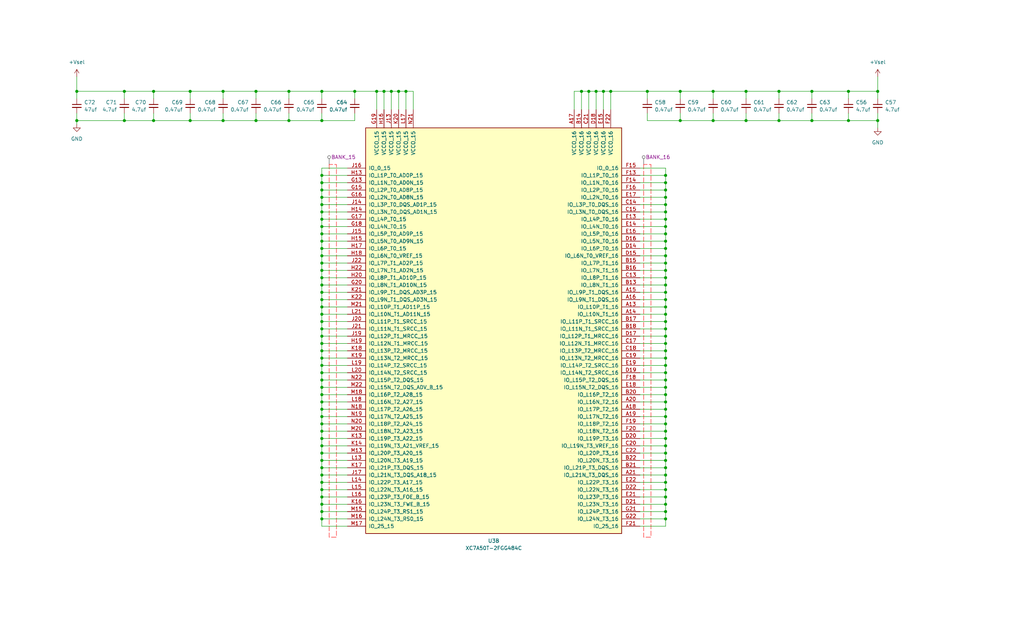
<source format=kicad_sch>
(kicad_sch (version 20250114) (generator "eeschema") (generator_version "9.0")
  (paper "USLegal")
  (junction (at 111.76 149.86))
  (junction (at 53.34 31.75))
  (junction (at 294.64 31.75))
  (junction (at 231.14 93.98))
  (junction (at 111.76 88.9))
  (junction (at 231.14 139.7))
  (junction (at 111.76 83.82))
  (junction (at 111.76 60.96))
  (junction (at 66.04 41.91))
  (junction (at 304.8 41.91))
  (junction (at 247.65 31.75))
  (junction (at 231.14 124.46))
  (junction (at 111.76 91.44))
  (junction (at 231.14 96.52))
  (junction (at 231.14 175.26))
  (junction (at 111.76 106.68))
  (junction (at 111.76 119.38))
  (junction (at 111.76 147.32))
  (junction (at 111.76 124.46))
  (junction (at 111.76 142.24))
  (junction (at 231.14 154.94))
  (junction (at 111.76 63.5))
  (junction (at 111.76 160.02))
  (junction (at 231.14 86.36))
  (junction (at 111.76 157.48))
  (junction (at 135.89 31.75))
  (junction (at 111.76 99.06))
  (junction (at 231.14 129.54))
  (junction (at 231.14 134.62))
  (junction (at 231.14 63.5))
  (junction (at 231.14 147.32))
  (junction (at 231.14 167.64))
  (junction (at 281.94 41.91))
  (junction (at 111.76 78.74))
  (junction (at 111.76 154.94))
  (junction (at 43.18 31.75))
  (junction (at 231.14 157.48))
  (junction (at 43.18 41.91))
  (junction (at 133.35 31.75))
  (junction (at 231.14 180.34))
  (junction (at 111.76 93.98))
  (junction (at 111.76 66.04))
  (junction (at 111.76 175.26))
  (junction (at 100.33 41.91))
  (junction (at 231.14 88.9))
  (junction (at 88.9 31.75))
  (junction (at 231.14 76.2))
  (junction (at 231.14 81.28))
  (junction (at 111.76 134.62))
  (junction (at 111.76 76.2))
  (junction (at 111.76 129.54))
  (junction (at 111.76 144.78))
  (junction (at 111.76 165.1))
  (junction (at 111.76 71.12))
  (junction (at 100.33 31.75))
  (junction (at 247.65 41.91))
  (junction (at 111.76 167.64))
  (junction (at 231.14 152.4))
  (junction (at 259.08 41.91))
  (junction (at 236.22 41.91))
  (junction (at 53.34 41.91))
  (junction (at 231.14 60.96))
  (junction (at 26.67 31.75))
  (junction (at 111.76 121.92))
  (junction (at 111.76 111.76))
  (junction (at 26.67 41.91))
  (junction (at 231.14 177.8))
  (junction (at 231.14 111.76))
  (junction (at 231.14 127))
  (junction (at 231.14 160.02))
  (junction (at 77.47 41.91))
  (junction (at 270.51 31.75))
  (junction (at 111.76 180.34))
  (junction (at 231.14 137.16))
  (junction (at 111.76 101.6))
  (junction (at 77.47 31.75))
  (junction (at 212.09 31.75))
  (junction (at 111.76 41.91))
  (junction (at 231.14 91.44))
  (junction (at 111.76 177.8))
  (junction (at 111.76 127))
  (junction (at 281.94 31.75))
  (junction (at 294.64 41.91))
  (junction (at 231.14 165.1))
  (junction (at 111.76 132.08))
  (junction (at 231.14 142.24))
  (junction (at 270.51 41.91))
  (junction (at 209.55 31.75))
  (junction (at 231.14 121.92))
  (junction (at 231.14 149.86))
  (junction (at 111.76 139.7))
  (junction (at 231.14 172.72))
  (junction (at 231.14 119.38))
  (junction (at 304.8 31.75))
  (junction (at 207.01 31.75))
  (junction (at 111.76 116.84))
  (junction (at 231.14 104.14))
  (junction (at 111.76 81.28))
  (junction (at 231.14 73.66))
  (junction (at 111.76 170.18))
  (junction (at 231.14 144.78))
  (junction (at 231.14 83.82))
  (junction (at 231.14 106.68))
  (junction (at 88.9 41.91))
  (junction (at 111.76 109.22))
  (junction (at 231.14 114.3))
  (junction (at 231.14 99.06))
  (junction (at 111.76 96.52))
  (junction (at 224.79 31.75))
  (junction (at 111.76 73.66))
  (junction (at 111.76 104.14))
  (junction (at 111.76 86.36))
  (junction (at 231.14 66.04))
  (junction (at 259.08 31.75))
  (junction (at 111.76 137.16))
  (junction (at 140.97 31.75))
  (junction (at 111.76 172.72))
  (junction (at 231.14 170.18))
  (junction (at 111.76 68.58))
  (junction (at 111.76 162.56))
  (junction (at 231.14 78.74))
  (junction (at 236.22 31.75))
  (junction (at 66.04 31.75))
  (junction (at 111.76 31.75))
  (junction (at 111.76 152.4))
  (junction (at 130.81 31.75))
  (junction (at 123.19 31.75))
  (junction (at 111.76 114.3))
  (junction (at 138.43 31.75))
  (junction (at 231.14 109.22))
  (junction (at 231.14 132.08))
  (junction (at 231.14 68.58))
  (junction (at 204.47 31.75))
  (junction (at 231.14 101.6))
  (junction (at 231.14 71.12))
  (junction (at 201.93 31.75))
  (junction (at 231.14 162.56))
  (junction (at 231.14 116.84))
  (wire (pts (xy 53.34 31.75) (xy 43.18 31.75)))
  (wire (pts (xy 111.76 132.08) (xy 111.76 134.62)))
  (wire (pts (xy 231.14 165.1) (xy 231.14 167.64)))
  (wire (pts (xy 111.76 172.72) (xy 111.76 175.26)))
  (wire (pts (xy 111.76 71.12) (xy 111.76 73.66)))
  (wire (pts (xy 111.76 167.64) (xy 120.65 167.64)))
  (wire (pts (xy 26.67 41.91) (xy 26.67 43.18)))
  (wire (pts (xy 247.65 31.75) (xy 247.65 34.29)))
  (wire (pts (xy 231.14 109.22) (xy 222.25 109.22)))
  (wire (pts (xy 123.19 34.29) (xy 123.19 31.75)))
  (wire (pts (xy 111.76 172.72) (xy 120.65 172.72)))
  (wire (pts (xy 100.33 39.37) (xy 100.33 41.91)))
  (wire (pts (xy 111.76 177.8) (xy 120.65 177.8)))
  (wire (pts (xy 224.79 31.75) (xy 236.22 31.75)))
  (wire (pts (xy 111.76 142.24) (xy 120.65 142.24)))
  (wire (pts (xy 111.76 149.86) (xy 111.76 152.4)))
  (wire (pts (xy 231.14 127) (xy 222.25 127)))
  (wire (pts (xy 231.14 86.36) (xy 231.14 88.9)))
  (wire (pts (xy 111.76 60.96) (xy 111.76 63.5)))
  (wire (pts (xy 231.14 76.2) (xy 222.25 76.2)))
  (wire (pts (xy 231.14 81.28) (xy 222.25 81.28)))
  (wire (pts (xy 231.14 63.5) (xy 231.14 66.04)))
  (wire (pts (xy 111.76 132.08) (xy 120.65 132.08)))
  (wire (pts (xy 43.18 34.29) (xy 43.18 31.75)))
  (wire (pts (xy 222.25 58.42) (xy 231.14 58.42)))
  (wire (pts (xy 224.79 34.29) (xy 224.79 31.75)))
  (wire (pts (xy 231.14 170.18) (xy 231.14 172.72)))
  (wire (pts (xy 111.76 121.92) (xy 111.76 124.46)))
  (wire (pts (xy 111.76 73.66) (xy 111.76 76.2)))
  (wire (pts (xy 231.14 60.96) (xy 222.25 60.96)))
  (wire (pts (xy 231.14 154.94) (xy 222.25 154.94)))
  (wire (pts (xy 199.39 31.75) (xy 201.93 31.75)))
  (wire (pts (xy 231.14 121.92) (xy 231.14 124.46)))
  (wire (pts (xy 111.76 91.44) (xy 120.65 91.44)))
  (wire (pts (xy 231.14 78.74) (xy 222.25 78.74)))
  (wire (pts (xy 231.14 172.72) (xy 222.25 172.72)))
  (wire (pts (xy 111.76 96.52) (xy 120.65 96.52)))
  (wire (pts (xy 111.76 134.62) (xy 120.65 134.62)))
  (wire (pts (xy 111.76 114.3) (xy 111.76 116.84)))
  (wire (pts (xy 111.76 109.22) (xy 111.76 111.76)))
  (wire (pts (xy 231.14 167.64) (xy 222.25 167.64)))
  (wire (pts (xy 231.14 71.12) (xy 231.14 73.66)))
  (wire (pts (xy 259.08 31.75) (xy 259.08 34.29)))
  (wire (pts (xy 231.14 60.96) (xy 231.14 63.5)))
  (wire (pts (xy 111.76 83.82) (xy 120.65 83.82)))
  (wire (pts (xy 111.76 93.98) (xy 111.76 96.52)))
  (wire (pts (xy 26.67 41.91) (xy 43.18 41.91)))
  (wire (pts (xy 88.9 31.75) (xy 88.9 34.29)))
  (wire (pts (xy 231.14 170.18) (xy 222.25 170.18)))
  (wire (pts (xy 231.14 83.82) (xy 231.14 86.36)))
  (wire (pts (xy 111.76 170.18) (xy 120.65 170.18)))
  (wire (pts (xy 231.14 149.86) (xy 222.25 149.86)))
  (wire (pts (xy 111.76 68.58) (xy 111.76 71.12)))
  (wire (pts (xy 231.14 149.86) (xy 231.14 152.4)))
  (wire (pts (xy 138.43 31.75) (xy 140.97 31.75)))
  (wire (pts (xy 111.76 66.04) (xy 111.76 68.58)))
  (wire (pts (xy 231.14 137.16) (xy 222.25 137.16)))
  (wire (pts (xy 140.97 31.75) (xy 140.97 38.1)))
  (wire (pts (xy 111.76 180.34) (xy 120.65 180.34)))
  (wire (pts (xy 77.47 39.37) (xy 77.47 41.91)))
  (wire (pts (xy 111.76 101.6) (xy 111.76 104.14)))
  (wire (pts (xy 281.94 41.91) (xy 294.64 41.91)))
  (wire (pts (xy 209.55 31.75) (xy 209.55 38.1)))
  (wire (pts (xy 231.14 81.28) (xy 231.14 83.82)))
  (wire (pts (xy 231.14 132.08) (xy 231.14 134.62)))
  (wire (pts (xy 231.14 180.34) (xy 222.25 180.34)))
  (wire (pts (xy 231.14 83.82) (xy 222.25 83.82)))
  (wire (pts (xy 111.76 81.28) (xy 111.76 83.82)))
  (wire (pts (xy 111.76 91.44) (xy 111.76 93.98)))
  (wire (pts (xy 26.67 39.37) (xy 26.67 41.91)))
  (wire (pts (xy 123.19 31.75) (xy 130.81 31.75)))
  (wire (pts (xy 111.76 106.68) (xy 111.76 109.22)))
  (wire (pts (xy 231.14 142.24) (xy 231.14 144.78)))
  (wire (pts (xy 231.14 175.26) (xy 231.14 177.8)))
  (wire (pts (xy 231.14 116.84) (xy 231.14 119.38)))
  (wire (pts (xy 77.47 31.75) (xy 66.04 31.75)))
  (wire (pts (xy 231.14 124.46) (xy 222.25 124.46)))
  (wire (pts (xy 111.76 31.75) (xy 100.33 31.75)))
  (wire (pts (xy 212.09 31.75) (xy 212.09 38.1)))
  (wire (pts (xy 111.76 73.66) (xy 120.65 73.66)))
  (wire (pts (xy 231.14 119.38) (xy 222.25 119.38)))
  (wire (pts (xy 231.14 109.22) (xy 231.14 111.76)))
  (wire (pts (xy 66.04 39.37) (xy 66.04 41.91)))
  (wire (pts (xy 26.67 26.67) (xy 26.67 31.75)))
  (wire (pts (xy 231.14 119.38) (xy 231.14 121.92)))
  (wire (pts (xy 231.14 121.92) (xy 222.25 121.92)))
  (wire (pts (xy 231.14 106.68) (xy 222.25 106.68)))
  (wire (pts (xy 231.14 96.52) (xy 231.14 99.06)))
  (wire (pts (xy 111.76 162.56) (xy 120.65 162.56)))
  (wire (pts (xy 111.76 88.9) (xy 111.76 91.44)))
  (wire (pts (xy 111.76 86.36) (xy 120.65 86.36)))
  (wire (pts (xy 111.76 182.88) (xy 120.65 182.88)))
  (wire (pts (xy 111.76 165.1) (xy 111.76 167.64)))
  (wire (pts (xy 231.14 91.44) (xy 222.25 91.44)))
  (wire (pts (xy 123.19 31.75) (xy 111.76 31.75)))
  (wire (pts (xy 231.14 177.8) (xy 231.14 180.34)))
  (wire (pts (xy 111.76 175.26) (xy 120.65 175.26)))
  (wire (pts (xy 231.14 111.76) (xy 222.25 111.76)))
  (wire (pts (xy 53.34 31.75) (xy 53.34 34.29)))
  (wire (pts (xy 111.76 124.46) (xy 120.65 124.46)))
  (wire (pts (xy 111.76 83.82) (xy 111.76 86.36)))
  (wire (pts (xy 88.9 31.75) (xy 77.47 31.75)))
  (wire (pts (xy 111.76 39.37) (xy 111.76 41.91)))
  (wire (pts (xy 111.76 134.62) (xy 111.76 137.16)))
  (wire (pts (xy 111.76 68.58) (xy 120.65 68.58)))
  (wire (pts (xy 111.76 63.5) (xy 111.76 66.04)))
  (wire (pts (xy 231.14 144.78) (xy 222.25 144.78)))
  (wire (pts (xy 204.47 31.75) (xy 204.47 38.1)))
  (wire (pts (xy 133.35 31.75) (xy 133.35 38.1)))
  (wire (pts (xy 247.65 41.91) (xy 259.08 41.91)))
  (wire (pts (xy 231.14 99.06) (xy 222.25 99.06)))
  (wire (pts (xy 111.76 142.24) (xy 111.76 144.78)))
  (wire (pts (xy 231.14 160.02) (xy 222.25 160.02)))
  (wire (pts (xy 100.33 41.91) (xy 88.9 41.91)))
  (wire (pts (xy 294.64 31.75) (xy 294.64 34.29)))
  (wire (pts (xy 201.93 31.75) (xy 201.93 38.1)))
  (wire (pts (xy 247.65 31.75) (xy 259.08 31.75)))
  (wire (pts (xy 26.67 34.29) (xy 26.67 31.75)))
  (wire (pts (xy 259.08 41.91) (xy 270.51 41.91)))
  (wire (pts (xy 281.94 31.75) (xy 294.64 31.75)))
  (wire (pts (xy 294.64 31.75) (xy 304.8 31.75)))
  (wire (pts (xy 111.76 76.2) (xy 120.65 76.2)))
  (wire (pts (xy 231.14 162.56) (xy 222.25 162.56)))
  (wire (pts (xy 111.76 60.96) (xy 120.65 60.96)))
  (wire (pts (xy 111.76 157.48) (xy 111.76 160.02)))
  (wire (pts (xy 231.14 71.12) (xy 222.25 71.12)))
  (wire (pts (xy 231.14 147.32) (xy 222.25 147.32)))
  (wire (pts (xy 236.22 31.75) (xy 247.65 31.75)))
  (wire (pts (xy 111.76 63.5) (xy 120.65 63.5)))
  (wire (pts (xy 231.14 157.48) (xy 231.14 160.02)))
  (wire (pts (xy 111.76 88.9) (xy 120.65 88.9)))
  (wire (pts (xy 77.47 31.75) (xy 77.47 34.29)))
  (wire (pts (xy 231.14 93.98) (xy 222.25 93.98)))
  (wire (pts (xy 111.76 99.06) (xy 111.76 101.6)))
  (wire (pts (xy 231.14 132.08) (xy 222.25 132.08)))
  (wire (pts (xy 111.76 124.46) (xy 111.76 127)))
  (wire (pts (xy 111.76 157.48) (xy 120.65 157.48)))
  (wire (pts (xy 111.76 106.68) (xy 120.65 106.68)))
  (wire (pts (xy 231.14 116.84) (xy 222.25 116.84)))
  (wire (pts (xy 231.14 124.46) (xy 231.14 127)))
  (wire (pts (xy 231.14 175.26) (xy 222.25 175.26)))
  (wire (pts (xy 231.14 157.48) (xy 222.25 157.48)))
  (wire (pts (xy 231.14 139.7) (xy 231.14 142.24)))
  (wire (pts (xy 111.76 41.91) (xy 100.33 41.91)))
  (wire (pts (xy 53.34 41.91) (xy 43.18 41.91)))
  (wire (pts (xy 281.94 31.75) (xy 281.94 34.29)))
  (wire (pts (xy 231.14 134.62) (xy 222.25 134.62)))
  (wire (pts (xy 111.76 152.4) (xy 111.76 154.94)))
  (wire (pts (xy 231.14 106.68) (xy 231.14 109.22)))
  (wire (pts (xy 231.14 78.74) (xy 231.14 81.28)))
  (wire (pts (xy 294.64 41.91) (xy 304.8 41.91)))
  (wire (pts (xy 231.14 58.42) (xy 231.14 60.96)))
  (wire (pts (xy 111.76 109.22) (xy 120.65 109.22)))
  (wire (pts (xy 135.89 31.75) (xy 135.89 38.1)))
  (wire (pts (xy 231.14 88.9) (xy 231.14 91.44)))
  (wire (pts (xy 66.04 41.91) (xy 53.34 41.91)))
  (wire (pts (xy 43.18 41.91) (xy 43.18 39.37)))
  (wire (pts (xy 130.81 38.1) (xy 130.81 31.75)))
  (wire (pts (xy 231.14 172.72) (xy 231.14 175.26)))
  (wire (pts (xy 111.76 170.18) (xy 111.76 172.72)))
  (wire (pts (xy 111.76 180.34) (xy 111.76 182.88)))
  (wire (pts (xy 111.76 86.36) (xy 111.76 88.9)))
  (wire (pts (xy 231.14 104.14) (xy 222.25 104.14)))
  (wire (pts (xy 111.76 129.54) (xy 120.65 129.54)))
  (wire (pts (xy 209.55 31.75) (xy 212.09 31.75)))
  (wire (pts (xy 236.22 39.37) (xy 236.22 41.91)))
  (wire (pts (xy 231.14 127) (xy 231.14 129.54)))
  (wire (pts (xy 111.76 66.04) (xy 120.65 66.04)))
  (wire (pts (xy 231.14 101.6) (xy 222.25 101.6)))
  (wire (pts (xy 111.76 129.54) (xy 111.76 132.08)))
  (wire (pts (xy 231.14 66.04) (xy 231.14 68.58)))
  (wire (pts (xy 304.8 41.91) (xy 304.8 39.37)))
  (wire (pts (xy 111.76 58.42) (xy 111.76 60.96)))
  (wire (pts (xy 270.51 41.91) (xy 281.94 41.91)))
  (wire (pts (xy 111.76 127) (xy 120.65 127)))
  (wire (pts (xy 231.14 139.7) (xy 222.25 139.7)))
  (wire (pts (xy 231.14 104.14) (xy 231.14 106.68)))
  (wire (pts (xy 304.8 41.91) (xy 304.8 44.45)))
  (wire (pts (xy 270.51 39.37) (xy 270.51 41.91)))
  (wire (pts (xy 231.14 68.58) (xy 222.25 68.58)))
  (wire (pts (xy 231.14 160.02) (xy 231.14 162.56)))
  (wire (pts (xy 111.76 177.8) (xy 111.76 180.34)))
  (wire (pts (xy 111.76 137.16) (xy 120.65 137.16)))
  (wire (pts (xy 111.76 147.32) (xy 120.65 147.32)))
  (wire (pts (xy 143.51 31.75) (xy 143.51 38.1)))
  (wire (pts (xy 270.51 31.75) (xy 281.94 31.75)))
  (wire (pts (xy 88.9 41.91) (xy 77.47 41.91)))
  (wire (pts (xy 199.39 38.1) (xy 199.39 31.75)))
  (wire (pts (xy 123.19 39.37) (xy 123.19 41.91)))
  (wire (pts (xy 231.14 177.8) (xy 222.25 177.8)))
  (wire (pts (xy 231.14 129.54) (xy 231.14 132.08)))
  (wire (pts (xy 111.76 175.26) (xy 111.76 177.8)))
  (wire (pts (xy 231.14 162.56) (xy 231.14 165.1)))
  (wire (pts (xy 111.76 139.7) (xy 120.65 139.7)))
  (wire (pts (xy 111.76 167.64) (xy 111.76 170.18)))
  (wire (pts (xy 111.76 78.74) (xy 111.76 81.28)))
  (wire (pts (xy 111.76 137.16) (xy 111.76 139.7)))
  (wire (pts (xy 231.14 134.62) (xy 231.14 137.16)))
  (wire (pts (xy 231.14 144.78) (xy 231.14 147.32)))
  (wire (pts (xy 111.76 111.76) (xy 120.65 111.76)))
  (wire (pts (xy 231.14 73.66) (xy 231.14 76.2)))
  (wire (pts (xy 212.09 31.75) (xy 224.79 31.75)))
  (wire (pts (xy 231.14 142.24) (xy 222.25 142.24)))
  (wire (pts (xy 111.76 160.02) (xy 120.65 160.02)))
  (wire (pts (xy 111.76 154.94) (xy 120.65 154.94)))
  (wire (pts (xy 111.76 114.3) (xy 120.65 114.3)))
  (wire (pts (xy 138.43 31.75) (xy 138.43 38.1)))
  (wire (pts (xy 231.14 93.98) (xy 231.14 96.52)))
  (wire (pts (xy 231.14 180.34) (xy 231.14 182.88)))
  (wire (pts (xy 204.47 31.75) (xy 207.01 31.75)))
  (wire (pts (xy 135.89 31.75) (xy 138.43 31.75)))
  (wire (pts (xy 231.14 111.76) (xy 231.14 114.3)))
  (wire (pts (xy 111.76 149.86) (xy 120.65 149.86)))
  (wire (pts (xy 111.76 96.52) (xy 111.76 99.06)))
  (wire (pts (xy 231.14 114.3) (xy 231.14 116.84)))
  (wire (pts (xy 133.35 31.75) (xy 135.89 31.75)))
  (wire (pts (xy 231.14 68.58) (xy 231.14 71.12)))
  (wire (pts (xy 231.14 152.4) (xy 231.14 154.94)))
  (wire (pts (xy 207.01 31.75) (xy 209.55 31.75)))
  (wire (pts (xy 53.34 39.37) (xy 53.34 41.91)))
  (wire (pts (xy 111.76 144.78) (xy 111.76 147.32)))
  (wire (pts (xy 111.76 81.28) (xy 120.65 81.28)))
  (wire (pts (xy 231.14 63.5) (xy 222.25 63.5)))
  (wire (pts (xy 111.76 71.12) (xy 120.65 71.12)))
  (wire (pts (xy 111.76 101.6) (xy 120.65 101.6)))
  (wire (pts (xy 111.76 119.38) (xy 120.65 119.38)))
  (wire (pts (xy 140.97 31.75) (xy 143.51 31.75)))
  (wire (pts (xy 111.76 99.06) (xy 120.65 99.06)))
  (wire (pts (xy 111.76 165.1) (xy 120.65 165.1)))
  (wire (pts (xy 201.93 31.75) (xy 204.47 31.75)))
  (wire (pts (xy 231.14 76.2) (xy 231.14 78.74)))
  (wire (pts (xy 111.76 121.92) (xy 120.65 121.92)))
  (wire (pts (xy 294.64 39.37) (xy 294.64 41.91)))
  (wire (pts (xy 111.76 116.84) (xy 120.65 116.84)))
  (wire (pts (xy 111.76 104.14) (xy 111.76 106.68)))
  (wire (pts (xy 100.33 31.75) (xy 100.33 34.29)))
  (wire (pts (xy 88.9 39.37) (xy 88.9 41.91)))
  (wire (pts (xy 231.14 154.94) (xy 231.14 157.48)))
  (wire (pts (xy 111.76 139.7) (xy 111.76 142.24)))
  (wire (pts (xy 111.76 127) (xy 111.76 129.54)))
  (wire (pts (xy 111.76 162.56) (xy 111.76 165.1)))
  (wire (pts (xy 231.14 73.66) (xy 222.25 73.66)))
  (wire (pts (xy 231.14 137.16) (xy 231.14 139.7)))
  (wire (pts (xy 231.14 96.52) (xy 222.25 96.52)))
  (wire (pts (xy 66.04 31.75) (xy 53.34 31.75)))
  (wire (pts (xy 259.08 39.37) (xy 259.08 41.91)))
  (wire (pts (xy 236.22 41.91) (xy 247.65 41.91)))
  (wire (pts (xy 231.14 182.88) (xy 222.25 182.88)))
  (wire (pts (xy 111.76 104.14) (xy 120.65 104.14)))
  (wire (pts (xy 231.14 152.4) (xy 222.25 152.4)))
  (wire (pts (xy 231.14 91.44) (xy 231.14 93.98)))
  (wire (pts (xy 111.76 119.38) (xy 111.76 121.92)))
  (wire (pts (xy 120.65 58.42) (xy 111.76 58.42)))
  (wire (pts (xy 231.14 101.6) (xy 231.14 104.14)))
  (wire (pts (xy 77.47 41.91) (xy 66.04 41.91)))
  (wire (pts (xy 111.76 152.4) (xy 120.65 152.4)))
  (wire (pts (xy 111.76 116.84) (xy 111.76 119.38)))
  (wire (pts (xy 231.14 86.36) (xy 222.25 86.36)))
  (wire (pts (xy 111.76 93.98) (xy 120.65 93.98)))
  (wire (pts (xy 111.76 76.2) (xy 111.76 78.74)))
  (wire (pts (xy 111.76 31.75) (xy 111.76 34.29)))
  (wire (pts (xy 236.22 31.75) (xy 236.22 34.29)))
  (wire (pts (xy 111.76 111.76) (xy 111.76 114.3)))
  (wire (pts (xy 100.33 31.75) (xy 88.9 31.75)))
  (wire (pts (xy 111.76 144.78) (xy 120.65 144.78)))
  (wire (pts (xy 281.94 39.37) (xy 281.94 41.91)))
  (wire (pts (xy 304.8 34.29) (xy 304.8 31.75)))
  (wire (pts (xy 270.51 31.75) (xy 270.51 34.29)))
  (wire (pts (xy 231.14 114.3) (xy 222.25 114.3)))
  (wire (pts (xy 231.14 129.54) (xy 222.25 129.54)))
  (wire (pts (xy 304.8 26.67) (xy 304.8 31.75)))
  (wire (pts (xy 247.65 39.37) (xy 247.65 41.91)))
  (wire (pts (xy 111.76 160.02) (xy 111.76 162.56)))
  (wire (pts (xy 111.76 147.32) (xy 111.76 149.86)))
  (wire (pts (xy 231.14 147.32) (xy 231.14 149.86)))
  (wire (pts (xy 231.14 167.64) (xy 231.14 170.18)))
  (wire (pts (xy 224.79 39.37) (xy 224.79 41.91)))
  (wire (pts (xy 231.14 165.1) (xy 222.25 165.1)))
  (wire (pts (xy 259.08 31.75) (xy 270.51 31.75)))
  (wire (pts (xy 66.04 31.75) (xy 66.04 34.29)))
  (wire (pts (xy 231.14 99.06) (xy 231.14 101.6)))
  (wire (pts (xy 111.76 154.94) (xy 111.76 157.48)))
  (wire (pts (xy 231.14 66.04) (xy 222.25 66.04)))
  (wire (pts (xy 231.14 88.9) (xy 222.25 88.9)))
  (wire (pts (xy 130.81 31.75) (xy 133.35 31.75)))
  (wire (pts (xy 123.19 41.91) (xy 111.76 41.91)))
  (wire (pts (xy 207.01 31.75) (xy 207.01 38.1)))
  (wire (pts (xy 224.79 41.91) (xy 236.22 41.91)))
  (wire (pts (xy 111.76 78.74) (xy 120.65 78.74)))
  (wire (pts (xy 26.67 31.75) (xy 43.18 31.75)))
  (rule_area (polyline (pts (xy 114.3 57.15) (xy 114.3 186.69) (xy 116.84 186.69) (xy 116.84 57.15)) (stroke (width 0) (type dash))))
  (rule_area (polyline (pts (xy 223.52 57.15) (xy 223.52 186.69) (xy 226.06 186.69) (xy 226.06 57.15)) (stroke (width 0) (type dash))))
  (netclass_flag "" (length 2.54) (shape round) (at 223.52 57.15 0) (property "Netclass" "BANK_16" (at 224.2185 54.61 0) (effects (justify left))))
  (netclass_flag "" (length 2.54) (shape round) (at 114.3 57.15 0) (property "Netclass" "BANK_15" (at 114.9985 54.61 0) (effects (justify left))))
  (symbol (lib_id "!Misc:C_4.7uf_0805") (at 43.18 36.83 0) (mirror y) (unit 1)
    (property "Reference" "C71" (at 40.64 35.5662 0) (effects (justify left)))
    (property "Value" "4.7uf" (at 40.64 38.1062 0) (effects (justify left)))
    (property "Footprint" "Capacitor_SMD:C_0805_2012Metric" (effects (hide yes)))
    (property "Description" "Unpolarized capacitor 4.7uf 0805" (effects (hide yes)))
    (property "LCSC Part #" "C1779" (effects (hide yes)))
    (property "Digi-Key Part Number" "1276-1244-1-ND" (effects (hide yes)))
  )
  (symbol (lib_id "!Misc:C_0.47uf_0402") (at 247.65 36.83 0) (unit 1)
    (property "Reference" "C60" (at 250.19 35.5662 0) (effects (justify left)))
    (property "Value" "0.47uf" (at 250.19 38.1062 0) (effects (justify left)))
    (property "Footprint" "Capacitor_SMD:C_0402_1005Metric" (effects (hide yes)))
    (property "Description" "Unpolarized capacitor 0.47uf 0402" (effects (hide yes)))
    (property "LCSC Part #" "C1779" (effects (hide yes)))
    (property "Digi-Key Part Number" "1276-1173-1-ND" (effects (hide yes)))
  )
  (symbol (lib_id "!Misc:C_0.47uf_0402") (at 236.22 36.83 0) (unit 1)
    (property "Reference" "C59" (at 238.76 35.5662 0) (effects (justify left)))
    (property "Value" "0.47uf" (at 238.76 38.1062 0) (effects (justify left)))
    (property "Footprint" "Capacitor_SMD:C_0402_1005Metric" (effects (hide yes)))
    (property "Description" "Unpolarized capacitor 0.47uf 0402" (effects (hide yes)))
    (property "LCSC Part #" "C1779" (effects (hide yes)))
    (property "Digi-Key Part Number" "1276-1173-1-ND" (effects (hide yes)))
  )
  (symbol (lib_id "!Misc:C_0.47uf_0402") (at 270.51 36.83 0) (unit 1)
    (property "Reference" "C62" (at 273.05 35.5662 0) (effects (justify left)))
    (property "Value" "0.47uf" (at 273.05 38.1062 0) (effects (justify left)))
    (property "Footprint" "Capacitor_SMD:C_0402_1005Metric" (effects (hide yes)))
    (property "Description" "Unpolarized capacitor 0.47uf 0402" (effects (hide yes)))
    (property "LCSC Part #" "C1779" (effects (hide yes)))
    (property "Digi-Key Part Number" "1276-1173-1-ND" (effects (hide yes)))
  )
  (symbol (lib_id "!Misc:C_0.47uf_0402") (at 281.94 36.83 0) (unit 1)
    (property "Reference" "C63" (at 284.48 35.5662 0) (effects (justify left)))
    (property "Value" "0.47uf" (at 284.48 38.1062 0) (effects (justify left)))
    (property "Footprint" "Capacitor_SMD:C_0402_1005Metric" (effects (hide yes)))
    (property "Description" "Unpolarized capacitor 0.47uf 0402" (effects (hide yes)))
    (property "LCSC Part #" "C1779" (effects (hide yes)))
    (property "Digi-Key Part Number" "1276-1173-1-ND" (effects (hide yes)))
  )
  (symbol (lib_id "power:+1V0") (at 26.67 26.67 0) (mirror y) (unit 1)
    (property "Reference" "#PWR0108" (effects (hide yes)))
    (property "Value" "+Vsel" (at 26.67 21.59 0))
    (property "Description" "Power symbol creates a global label with name \"+1V0\"" (effects (hide yes)))
  )
  (symbol (lib_id "power:+1V0") (at 304.8 26.67 0) (unit 1)
    (property "Reference" "#PWR0102" (effects (hide yes)))
    (property "Value" "+Vsel" (at 304.8 21.59 0))
    (property "Description" "Power symbol creates a global label with name \"+1V0\"" (effects (hide yes)))
  )
  (symbol (lib_id "!Misc:C_0.47uf_0402") (at 123.19 36.83 0) (mirror y) (unit 1)
    (property "Reference" "C64" (at 120.65 35.5662 0) (effects (justify left)))
    (property "Value" "0.47uf" (at 120.65 38.1062 0) (effects (justify left)))
    (property "Footprint" "Capacitor_SMD:C_0402_1005Metric" (effects (hide yes)))
    (property "Description" "Unpolarized capacitor 0.47uf 0402" (effects (hide yes)))
    (property "LCSC Part #" "C1779" (effects (hide yes)))
    (property "Digi-Key Part Number" "1276-1173-1-ND" (effects (hide yes)))
  )
  (symbol (lib_id "!Misc:C_0.47uf_0402") (at 77.47 36.83 0) (mirror y) (unit 1)
    (property "Reference" "C68" (at 74.93 35.5662 0) (effects (justify left)))
    (property "Value" "0.47uf" (at 74.93 38.1062 0) (effects (justify left)))
    (property "Footprint" "Capacitor_SMD:C_0402_1005Metric" (effects (hide yes)))
    (property "Description" "Unpolarized capacitor 0.47uf 0402" (effects (hide yes)))
    (property "LCSC Part #" "C1779" (effects (hide yes)))
    (property "Digi-Key Part Number" "1276-1173-1-ND" (effects (hide yes)))
  )
  (symbol (lib_id "!Misc:C_4.7uf_0805") (at 294.64 36.83 0) (unit 1)
    (property "Reference" "C56" (at 297.18 35.5662 0) (effects (justify left)))
    (property "Value" "4.7uf" (at 297.18 38.1062 0) (effects (justify left)))
    (property "Footprint" "Capacitor_SMD:C_0805_2012Metric" (effects (hide yes)))
    (property "Description" "Unpolarized capacitor 4.7uf 0805" (effects (hide yes)))
    (property "LCSC Part #" "C1779" (effects (hide yes)))
    (property "Digi-Key Part Number" "1276-1244-1-ND" (effects (hide yes)))
  )
  (symbol (lib_id "!Misc:C_0.47uf_0402") (at 88.9 36.83 0) (mirror y) (unit 1)
    (property "Reference" "C67" (at 86.36 35.5662 0) (effects (justify left)))
    (property "Value" "0.47uf" (at 86.36 38.1062 0) (effects (justify left)))
    (property "Footprint" "Capacitor_SMD:C_0402_1005Metric" (effects (hide yes)))
    (property "Description" "Unpolarized capacitor 0.47uf 0402" (effects (hide yes)))
    (property "LCSC Part #" "C1779" (effects (hide yes)))
    (property "Digi-Key Part Number" "1276-1173-1-ND" (effects (hide yes)))
  )
  (symbol (lib_id "!Misc:C_4.7uf_0805") (at 53.34 36.83 0) (mirror y) (unit 1)
    (property "Reference" "C70" (at 50.8 35.5662 0) (effects (justify left)))
    (property "Value" "4.7uf" (at 50.8 38.1062 0) (effects (justify left)))
    (property "Footprint" "Capacitor_SMD:C_0805_2012Metric" (effects (hide yes)))
    (property "Description" "Unpolarized capacitor 4.7uf 0805" (effects (hide yes)))
    (property "LCSC Part #" "C1779" (effects (hide yes)))
    (property "Digi-Key Part Number" "1276-1244-1-ND" (effects (hide yes)))
  )
  (symbol (lib_id "!Misc:C_0.47uf_0402") (at 111.76 36.83 0) (mirror y) (unit 1)
    (property "Reference" "C65" (at 109.22 35.5662 0) (effects (justify left)))
    (property "Value" "0.47uf" (at 109.22 38.1062 0) (effects (justify left)))
    (property "Footprint" "Capacitor_SMD:C_0402_1005Metric" (effects (hide yes)))
    (property "Description" "Unpolarized capacitor 0.47uf 0402" (effects (hide yes)))
    (property "LCSC Part #" "C1779" (effects (hide yes)))
    (property "Digi-Key Part Number" "1276-1173-1-ND" (effects (hide yes)))
  )
  (symbol (lib_id "!Xilinx:XC7A50T-FGG484") (at 171.45 111.76 0) (unit 2)
    (property "Reference" "U3" (at 171.45 187.96 0))
    (property "Value" "XC7A50T-2FGG484C" (at 171.45 190.5 0))
    (property "Footprint" "!Xilinx:Xilinx_FGG484" (effects (hide yes)))
    (property "Description" "XC7A50T-2FGG484C" (effects (hide yes)))
    (property "LCSC Part #" "C1550658" (effects (hide yes)))
    (property "Digi-Key Part Number" "122-2082-ND" (effects (hide yes)))
  )
  (symbol (lib_id "!Misc:C_0.47uf_0402") (at 259.08 36.83 0) (unit 1)
    (property "Reference" "C61" (at 261.62 35.5662 0) (effects (justify left)))
    (property "Value" "0.47uf" (at 261.62 38.1062 0) (effects (justify left)))
    (property "Footprint" "Capacitor_SMD:C_0402_1005Metric" (effects (hide yes)))
    (property "Description" "Unpolarized capacitor 0.47uf 0402" (effects (hide yes)))
    (property "LCSC Part #" "C1779" (effects (hide yes)))
    (property "Digi-Key Part Number" "1276-1173-1-ND" (effects (hide yes)))
  )
  (symbol (lib_id "!Misc:C_0.47uf_0402") (at 224.79 36.83 0) (unit 1)
    (property "Reference" "C58" (at 227.33 35.5662 0) (effects (justify left)))
    (property "Value" "0.47uf" (at 227.33 38.1062 0) (effects (justify left)))
    (property "Footprint" "Capacitor_SMD:C_0402_1005Metric" (effects (hide yes)))
    (property "Description" "Unpolarized capacitor 0.47uf 0402" (effects (hide yes)))
    (property "LCSC Part #" "C1779" (effects (hide yes)))
    (property "Digi-Key Part Number" "1276-1173-1-ND" (effects (hide yes)))
  )
  (symbol (lib_id "!Misc:C_0.47uf_0402") (at 66.04 36.83 0) (mirror y) (unit 1)
    (property "Reference" "C69" (at 63.5 35.5662 0) (effects (justify left)))
    (property "Value" "0.47uf" (at 63.5 38.1062 0) (effects (justify left)))
    (property "Footprint" "Capacitor_SMD:C_0402_1005Metric" (effects (hide yes)))
    (property "Description" "Unpolarized capacitor 0.47uf 0402" (effects (hide yes)))
    (property "LCSC Part #" "C1779" (effects (hide yes)))
    (property "Digi-Key Part Number" "1276-1173-1-ND" (effects (hide yes)))
  )
  (symbol (lib_id "power:GND") (at 304.8 44.45 0) (unit 1)
    (property "Reference" "#PWR09" (effects (hide yes)))
    (property "Value" "GND" (at 304.8 49.53 0))
    (property "Description" "Power symbol creates a global label with name \"GND\" , ground" (effects (hide yes)))
  )
  (symbol (lib_id "!Misc:C_4.7uf_0805") (at 304.8 36.83 0) (unit 1)
    (property "Reference" "C57" (at 307.34 35.5662 0) (effects (justify left)))
    (property "Value" "4.7uf" (at 307.34 38.1062 0) (effects (justify left)))
    (property "Footprint" "Capacitor_SMD:C_0805_2012Metric" (effects (hide yes)))
    (property "Description" "Unpolarized capacitor 4.7uf 0805" (effects (hide yes)))
    (property "LCSC Part #" "C1779" (effects (hide yes)))
    (property "Digi-Key Part Number" "1276-1244-1-ND" (effects (hide yes)))
  )
  (symbol (lib_id "power:GND") (at 26.67 43.18 0) (mirror y) (unit 1)
    (property "Reference" "#PWR012" (effects (hide yes)))
    (property "Value" "GND" (at 26.67 48.26 0))
    (property "Description" "Power symbol creates a global label with name \"GND\" , ground" (effects (hide yes)))
  )
  (symbol (lib_id "!Misc:C_47uf_1206") (at 26.67 36.83 0) (unit 1)
    (property "Reference" "C72" (at 29.21 35.5662 0) (effects (justify left)))
    (property "Value" "47uf" (at 29.21 38.1062 0) (effects (justify left)))
    (property "Footprint" "Capacitor_SMD:C_1206_3216Metric" (effects (hide yes)))
    (property "Description" "Unpolarized capacitor 47uf 1206" (effects (hide yes)))
    (property "LCSC Part #" "C96123" (effects (hide yes)))
    (property "Digi-Key Part Number" "1276-3063-1-ND" (effects (hide yes)))
  )
  (symbol (lib_id "!Misc:C_0.47uf_0402") (at 100.33 36.83 0) (mirror y) (unit 1)
    (property "Reference" "C66" (at 97.79 35.5662 0) (effects (justify left)))
    (property "Value" "0.47uf" (at 97.79 38.1062 0) (effects (justify left)))
    (property "Footprint" "Capacitor_SMD:C_0402_1005Metric" (effects (hide yes)))
    (property "Description" "Unpolarized capacitor 0.47uf 0402" (effects (hide yes)))
    (property "LCSC Part #" "C1779" (effects (hide yes)))
    (property "Digi-Key Part Number" "1276-1173-1-ND" (effects (hide yes)))
  )
)
</source>
